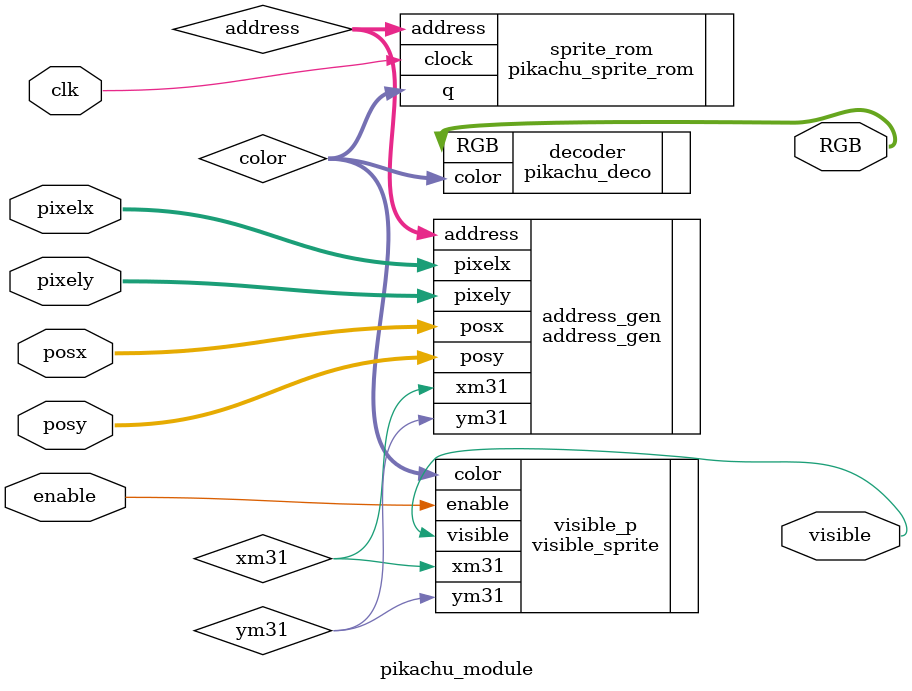
<source format=sv>
module pikachu_module(input clk, enable, input [9:0] posx,
							 posy, pixelx, pixely,
							 output [23:0] RGB,
							 output visible);

							
logic [9:0] address;
logic [2:0] color;
logic xm31, ym31;

address_gen address_gen(
	.pixelx(pixelx),
	.pixely(pixely),
   .posx(posx),
	.posy(posy),
	.xm31(xm31),
	.ym31(ym31),
	.address(address));

pikachu_sprite_rom sprite_rom (
	.address(address),
	.clock(clk),
	.q(color));

pikachu_deco decoder (
	.color(color),
	.RGB(RGB));	
		
visible_sprite visible_p (
	.xm31(xm31),
	.ym31(ym31),
	.enable(enable),
	.color(color),
	.visible(visible));		
				
endmodule

</source>
